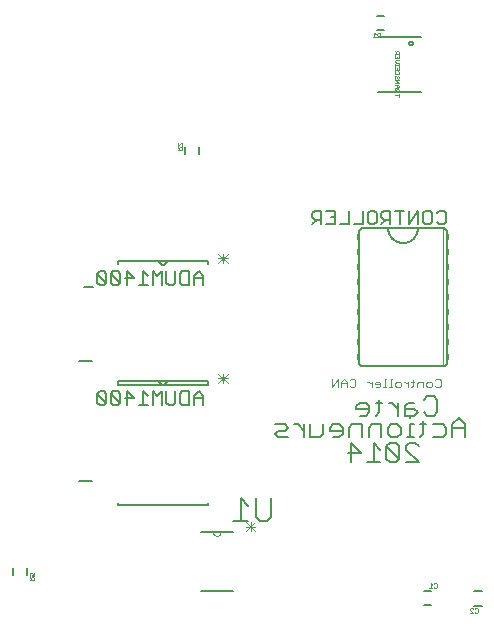
<source format=gbo>
G75*
G70*
%OFA0B0*%
%FSLAX24Y24*%
%IPPOS*%
%LPD*%
%AMOC8*
5,1,8,0,0,1.08239X$1,22.5*
%
%ADD10C,0.0030*%
%ADD11C,0.0060*%
%ADD12C,0.0080*%
%ADD13C,0.0010*%
%ADD14C,0.0020*%
%ADD15C,0.0050*%
%ADD16R,0.0050X0.0200*%
%ADD17C,0.0000*%
D10*
X011996Y009214D02*
X012310Y009528D01*
X012153Y009528D02*
X012153Y009214D01*
X012310Y009214D02*
X011996Y009528D01*
X011996Y009371D02*
X012310Y009371D01*
X015784Y009366D02*
X015784Y009076D01*
X015977Y009366D01*
X015977Y009076D01*
X016079Y009076D02*
X016079Y009269D01*
X016175Y009366D01*
X016272Y009269D01*
X016272Y009076D01*
X016373Y009124D02*
X016422Y009076D01*
X016518Y009076D01*
X016567Y009124D01*
X016567Y009318D01*
X016518Y009366D01*
X016422Y009366D01*
X016373Y009318D01*
X016272Y009221D02*
X016079Y009221D01*
X016962Y009269D02*
X017010Y009269D01*
X017107Y009173D01*
X017107Y009269D02*
X017107Y009076D01*
X017208Y009173D02*
X017402Y009173D01*
X017402Y009221D02*
X017353Y009269D01*
X017256Y009269D01*
X017208Y009221D01*
X017208Y009173D01*
X017256Y009076D02*
X017353Y009076D01*
X017402Y009124D01*
X017402Y009221D01*
X017501Y009076D02*
X017598Y009076D01*
X017550Y009076D02*
X017550Y009366D01*
X017598Y009366D01*
X017746Y009366D02*
X017746Y009076D01*
X017794Y009076D02*
X017698Y009076D01*
X017896Y009124D02*
X017896Y009221D01*
X017944Y009269D01*
X018041Y009269D01*
X018089Y009221D01*
X018089Y009124D01*
X018041Y009076D01*
X017944Y009076D01*
X017896Y009124D01*
X017794Y009366D02*
X017746Y009366D01*
X018189Y009269D02*
X018238Y009269D01*
X018335Y009173D01*
X018335Y009269D02*
X018335Y009076D01*
X018434Y009076D02*
X018483Y009124D01*
X018483Y009318D01*
X018531Y009269D02*
X018434Y009269D01*
X018632Y009221D02*
X018632Y009076D01*
X018632Y009221D02*
X018681Y009269D01*
X018826Y009269D01*
X018826Y009076D01*
X018927Y009124D02*
X018927Y009221D01*
X018975Y009269D01*
X019072Y009269D01*
X019120Y009221D01*
X019120Y009124D01*
X019072Y009076D01*
X018975Y009076D01*
X018927Y009124D01*
X019222Y009124D02*
X019270Y009076D01*
X019367Y009076D01*
X019415Y009124D01*
X019415Y009318D01*
X019367Y009366D01*
X019270Y009366D01*
X019222Y009318D01*
X013236Y004590D02*
X012922Y004276D01*
X012922Y004433D02*
X013236Y004433D01*
X013236Y004276D02*
X012922Y004590D01*
X013079Y004590D02*
X013079Y004276D01*
X012310Y013214D02*
X011996Y013528D01*
X011996Y013371D02*
X012310Y013371D01*
X012310Y013528D02*
X011996Y013214D01*
X012153Y013214D02*
X012153Y013528D01*
D11*
X005144Y003054D02*
X005144Y002818D01*
X005616Y002818D02*
X005616Y003054D01*
X008655Y005141D02*
X008655Y005221D01*
X008655Y005141D02*
X011655Y005141D01*
X011655Y005221D01*
X011831Y004243D02*
X011411Y004243D01*
X011831Y004243D02*
X012071Y004243D01*
X012491Y004243D01*
X012491Y002283D02*
X011411Y002283D01*
X007795Y005951D02*
X007355Y005951D01*
X008655Y009141D02*
X008655Y009221D01*
X008655Y009201D02*
X008655Y009281D01*
X010035Y009281D01*
X010275Y009281D01*
X011655Y009281D01*
X011655Y009201D01*
X011655Y009221D02*
X011655Y009141D01*
X008655Y009141D01*
X007795Y009951D02*
X007355Y009951D01*
X010035Y009281D02*
X010037Y009260D01*
X010042Y009240D01*
X010051Y009221D01*
X010063Y009204D01*
X010078Y009189D01*
X010095Y009177D01*
X010114Y009168D01*
X010134Y009163D01*
X010155Y009161D01*
X010176Y009163D01*
X010196Y009168D01*
X010215Y009177D01*
X010232Y009189D01*
X010247Y009204D01*
X010259Y009221D01*
X010268Y009240D01*
X010273Y009260D01*
X010275Y009281D01*
X013890Y007838D02*
X014210Y007838D01*
X014317Y007731D01*
X014210Y007624D01*
X013996Y007624D01*
X013890Y007518D01*
X013996Y007411D01*
X014317Y007411D01*
X014533Y007838D02*
X014640Y007838D01*
X014854Y007624D01*
X014854Y007411D02*
X014854Y007838D01*
X015071Y007838D02*
X015071Y007411D01*
X015392Y007411D01*
X015498Y007518D01*
X015498Y007838D01*
X015716Y007731D02*
X015716Y007624D01*
X016143Y007624D01*
X016143Y007518D02*
X016143Y007731D01*
X016036Y007838D01*
X015823Y007838D01*
X015716Y007731D01*
X015823Y007411D02*
X016036Y007411D01*
X016143Y007518D01*
X016360Y007411D02*
X016360Y007731D01*
X016467Y007838D01*
X016787Y007838D01*
X016787Y007411D01*
X017005Y007411D02*
X017005Y007731D01*
X017112Y007838D01*
X017432Y007838D01*
X017432Y007411D01*
X017649Y007518D02*
X017649Y007731D01*
X017756Y007838D01*
X017970Y007838D01*
X018077Y007731D01*
X018077Y007518D01*
X017970Y007411D01*
X017756Y007411D01*
X017649Y007518D01*
X017710Y007211D02*
X017603Y007105D01*
X018030Y006678D01*
X017924Y006571D01*
X017710Y006571D01*
X017603Y006678D01*
X017603Y007105D01*
X017710Y007211D02*
X017924Y007211D01*
X018030Y007105D01*
X018030Y006678D01*
X018248Y006571D02*
X018675Y006571D01*
X018248Y006998D01*
X018248Y007105D01*
X018355Y007211D01*
X018568Y007211D01*
X018675Y007105D01*
X018722Y007411D02*
X018829Y007518D01*
X018829Y007945D01*
X018936Y007838D02*
X018722Y007838D01*
X018506Y007838D02*
X018399Y007838D01*
X018399Y007411D01*
X018293Y007411D02*
X018506Y007411D01*
X019153Y007411D02*
X019474Y007411D01*
X019580Y007518D01*
X019580Y007731D01*
X019474Y007838D01*
X019153Y007838D01*
X019178Y008131D02*
X018965Y008131D01*
X018858Y008238D01*
X018640Y008238D02*
X018534Y008131D01*
X018213Y008131D01*
X018213Y008451D01*
X018320Y008558D01*
X018534Y008558D01*
X018534Y008344D02*
X018213Y008344D01*
X017996Y008344D02*
X017782Y008558D01*
X017676Y008558D01*
X017459Y008558D02*
X017245Y008558D01*
X017352Y008665D02*
X017352Y008238D01*
X017245Y008131D01*
X017029Y008238D02*
X017029Y008451D01*
X016922Y008558D01*
X016709Y008558D01*
X016602Y008451D01*
X016602Y008344D01*
X017029Y008344D01*
X017029Y008238D02*
X016922Y008131D01*
X016709Y008131D01*
X016421Y007211D02*
X016741Y006891D01*
X016314Y006891D01*
X016421Y006571D02*
X016421Y007211D01*
X016959Y006571D02*
X017386Y006571D01*
X017172Y006571D02*
X017172Y007211D01*
X017386Y006998D01*
X017996Y008131D02*
X017996Y008558D01*
X018399Y008158D02*
X018399Y008051D01*
X018640Y008238D02*
X018534Y008344D01*
X018858Y008665D02*
X018965Y008771D01*
X019178Y008771D01*
X019285Y008665D01*
X019285Y008238D01*
X019178Y008131D01*
X019798Y007838D02*
X019798Y007411D01*
X020225Y007411D02*
X020225Y007838D01*
X020011Y008051D01*
X019798Y007838D01*
X019798Y007731D02*
X020225Y007731D01*
X019475Y009786D02*
X016835Y009786D01*
X016812Y009788D01*
X016789Y009793D01*
X016767Y009802D01*
X016747Y009815D01*
X016729Y009830D01*
X016714Y009848D01*
X016701Y009868D01*
X016692Y009890D01*
X016687Y009913D01*
X016685Y009936D01*
X016685Y014236D01*
X016687Y014259D01*
X016692Y014282D01*
X016701Y014304D01*
X016714Y014324D01*
X016729Y014342D01*
X016747Y014357D01*
X016767Y014370D01*
X016789Y014379D01*
X016812Y014384D01*
X016835Y014386D01*
X019475Y014386D01*
X019498Y014384D01*
X019521Y014379D01*
X019543Y014370D01*
X019563Y014357D01*
X019581Y014342D01*
X019596Y014324D01*
X019609Y014304D01*
X019618Y014282D01*
X019623Y014259D01*
X019625Y014236D01*
X019625Y009936D01*
X019623Y009913D01*
X019618Y009890D01*
X019609Y009868D01*
X019596Y009848D01*
X019581Y009830D01*
X019563Y009815D01*
X019543Y009802D01*
X019521Y009793D01*
X019498Y009788D01*
X019475Y009786D01*
X018655Y014386D02*
X018653Y014342D01*
X018647Y014299D01*
X018638Y014257D01*
X018625Y014215D01*
X018608Y014175D01*
X018588Y014136D01*
X018565Y014099D01*
X018538Y014065D01*
X018509Y014032D01*
X018476Y014003D01*
X018442Y013976D01*
X018405Y013953D01*
X018366Y013933D01*
X018326Y013916D01*
X018284Y013903D01*
X018242Y013894D01*
X018199Y013888D01*
X018155Y013886D01*
X018111Y013888D01*
X018068Y013894D01*
X018026Y013903D01*
X017984Y013916D01*
X017944Y013933D01*
X017905Y013953D01*
X017868Y013976D01*
X017834Y014003D01*
X017801Y014032D01*
X017772Y014065D01*
X017745Y014099D01*
X017722Y014136D01*
X017702Y014175D01*
X017685Y014215D01*
X017672Y014257D01*
X017663Y014299D01*
X017657Y014342D01*
X017655Y014386D01*
X017320Y018906D02*
X018740Y018906D01*
X018740Y020766D02*
X017320Y020766D01*
X017291Y020981D02*
X017527Y020981D01*
X017527Y021453D02*
X017291Y021453D01*
X011366Y017079D02*
X011366Y016843D01*
X010894Y016843D02*
X010894Y017079D01*
X010275Y013281D02*
X010035Y013281D01*
X008655Y013281D01*
X008655Y013201D01*
X010035Y013281D02*
X010037Y013260D01*
X010042Y013240D01*
X010051Y013221D01*
X010063Y013204D01*
X010078Y013189D01*
X010095Y013177D01*
X010114Y013168D01*
X010134Y013163D01*
X010155Y013161D01*
X010176Y013163D01*
X010196Y013168D01*
X010215Y013177D01*
X010232Y013189D01*
X010247Y013204D01*
X010259Y013221D01*
X010268Y013240D01*
X010273Y013260D01*
X010275Y013281D01*
X011655Y013281D01*
X011655Y013201D01*
X018862Y002297D02*
X019098Y002297D01*
X019098Y001825D02*
X018862Y001825D01*
X020537Y001800D02*
X020773Y001800D01*
X020773Y002272D02*
X020537Y002272D01*
D12*
X013751Y004756D02*
X013628Y004633D01*
X013381Y004633D01*
X013257Y004756D01*
X013257Y005373D01*
X012996Y005127D02*
X012749Y005373D01*
X012749Y004633D01*
X012996Y004633D02*
X012502Y004633D01*
X013751Y004756D02*
X013751Y005373D01*
X018363Y020546D02*
X018365Y020561D01*
X018371Y020574D01*
X018380Y020586D01*
X018391Y020595D01*
X018405Y020601D01*
X018420Y020603D01*
X018435Y020601D01*
X018448Y020595D01*
X018460Y020586D01*
X018469Y020575D01*
X018475Y020561D01*
X018477Y020546D01*
X018475Y020531D01*
X018469Y020518D01*
X018460Y020506D01*
X018449Y020497D01*
X018435Y020491D01*
X018420Y020489D01*
X018405Y020491D01*
X018392Y020497D01*
X018380Y020506D01*
X018371Y020517D01*
X018365Y020531D01*
X018363Y020546D01*
D13*
X018025Y020269D02*
X018000Y020294D01*
X017950Y020294D01*
X017925Y020269D01*
X017925Y020193D01*
X017875Y020193D02*
X018025Y020193D01*
X018025Y020269D01*
X017925Y020244D02*
X017875Y020294D01*
X017875Y020146D02*
X017875Y020046D01*
X018025Y020046D01*
X018025Y020146D01*
X017950Y020096D02*
X017950Y020046D01*
X017925Y019999D02*
X018025Y019999D01*
X017925Y019999D02*
X017875Y019949D01*
X017925Y019899D01*
X018025Y019899D01*
X018025Y019851D02*
X018025Y019801D01*
X018025Y019826D02*
X017875Y019826D01*
X017875Y019801D02*
X017875Y019851D01*
X017875Y019753D02*
X017875Y019653D01*
X018025Y019653D01*
X018025Y019753D01*
X017950Y019703D02*
X017950Y019653D01*
X017900Y019606D02*
X017875Y019581D01*
X017875Y019531D01*
X017900Y019506D01*
X018000Y019506D01*
X018025Y019531D01*
X018025Y019581D01*
X018000Y019606D01*
X018000Y019459D02*
X018025Y019434D01*
X018025Y019384D01*
X018000Y019359D01*
X017975Y019359D01*
X017950Y019384D01*
X017950Y019434D01*
X017925Y019459D01*
X017900Y019459D01*
X017875Y019434D01*
X017875Y019384D01*
X017900Y019359D01*
X017875Y019311D02*
X018025Y019311D01*
X018025Y019211D02*
X017875Y019211D01*
X017875Y019164D02*
X017975Y019164D01*
X018025Y019114D01*
X017975Y019064D01*
X017875Y019064D01*
X017875Y019017D02*
X017925Y018967D01*
X017925Y018992D02*
X017925Y018917D01*
X017875Y018917D02*
X018025Y018917D01*
X018025Y018992D01*
X018000Y019017D01*
X017950Y019017D01*
X017925Y018992D01*
X017950Y019064D02*
X017950Y019164D01*
X018025Y019211D02*
X017875Y019311D01*
X018025Y018869D02*
X018025Y018769D01*
X018025Y018819D02*
X017875Y018819D01*
X017399Y020737D02*
X017399Y020887D01*
X017324Y020887D01*
X017299Y020862D01*
X017299Y020812D01*
X017324Y020787D01*
X017399Y020787D01*
X017349Y020787D02*
X017299Y020737D01*
X017251Y020737D02*
X017151Y020737D01*
X017201Y020737D02*
X017201Y020887D01*
X017251Y020837D01*
X010800Y017194D02*
X010800Y017143D01*
X010775Y017118D01*
X010775Y017071D02*
X010725Y017071D01*
X010700Y017046D01*
X010700Y016971D01*
X010650Y016971D02*
X010800Y016971D01*
X010800Y017046D01*
X010775Y017071D01*
X010700Y017021D02*
X010650Y017071D01*
X010650Y017118D02*
X010750Y017219D01*
X010775Y017219D01*
X010800Y017194D01*
X010650Y017219D02*
X010650Y017118D01*
X005860Y002888D02*
X005860Y002788D01*
X005785Y002788D01*
X005810Y002838D01*
X005810Y002863D01*
X005785Y002888D01*
X005735Y002888D01*
X005710Y002863D01*
X005710Y002813D01*
X005735Y002788D01*
X005710Y002741D02*
X005760Y002691D01*
X005760Y002716D02*
X005760Y002641D01*
X005710Y002641D02*
X005860Y002641D01*
X005860Y002716D01*
X005835Y002741D01*
X005785Y002741D01*
X005760Y002716D01*
X019028Y002391D02*
X019128Y002391D01*
X019078Y002391D02*
X019078Y002541D01*
X019128Y002491D01*
X019175Y002516D02*
X019200Y002541D01*
X019250Y002541D01*
X019275Y002516D01*
X019275Y002416D01*
X019250Y002391D01*
X019200Y002391D01*
X019175Y002416D01*
X020397Y001681D02*
X020422Y001706D01*
X020472Y001706D01*
X020497Y001681D01*
X020545Y001681D02*
X020570Y001706D01*
X020620Y001706D01*
X020645Y001681D01*
X020645Y001581D01*
X020620Y001556D01*
X020570Y001556D01*
X020545Y001581D01*
X020497Y001556D02*
X020397Y001656D01*
X020397Y001681D01*
X020397Y001556D02*
X020497Y001556D01*
D14*
X019485Y009786D02*
X019485Y014386D01*
D15*
X019505Y014511D02*
X019355Y014511D01*
X019280Y014586D01*
X019120Y014586D02*
X019120Y014886D01*
X019045Y014961D01*
X018894Y014961D01*
X018819Y014886D01*
X018819Y014586D01*
X018894Y014511D01*
X019045Y014511D01*
X019120Y014586D01*
X019280Y014886D02*
X019355Y014961D01*
X019505Y014961D01*
X019580Y014886D01*
X019580Y014586D01*
X019505Y014511D01*
X018659Y014511D02*
X018659Y014961D01*
X018359Y014511D01*
X018359Y014961D01*
X018199Y014961D02*
X017899Y014961D01*
X018049Y014961D02*
X018049Y014511D01*
X017738Y014511D02*
X017738Y014961D01*
X017513Y014961D01*
X017438Y014886D01*
X017438Y014736D01*
X017513Y014661D01*
X017738Y014661D01*
X017588Y014661D02*
X017438Y014511D01*
X017278Y014586D02*
X017278Y014886D01*
X017203Y014961D01*
X017053Y014961D01*
X016978Y014886D01*
X016978Y014586D01*
X017053Y014511D01*
X017203Y014511D01*
X017278Y014586D01*
X016818Y014511D02*
X016818Y014961D01*
X016818Y014511D02*
X016517Y014511D01*
X016357Y014511D02*
X016057Y014511D01*
X015897Y014511D02*
X015597Y014511D01*
X015436Y014511D02*
X015436Y014961D01*
X015211Y014961D01*
X015136Y014886D01*
X015136Y014736D01*
X015211Y014661D01*
X015436Y014661D01*
X015286Y014661D02*
X015136Y014511D01*
X015597Y014961D02*
X015897Y014961D01*
X015897Y014511D01*
X015897Y014736D02*
X015747Y014736D01*
X016357Y014961D02*
X016357Y014511D01*
X011490Y012786D02*
X011490Y012486D01*
X011490Y012711D02*
X011190Y012711D01*
X011190Y012786D02*
X011190Y012486D01*
X011030Y012486D02*
X010804Y012486D01*
X010729Y012561D01*
X010729Y012861D01*
X010804Y012936D01*
X011030Y012936D01*
X011030Y012486D01*
X011190Y012786D02*
X011340Y012936D01*
X011490Y012786D01*
X010569Y012936D02*
X010569Y012561D01*
X010494Y012486D01*
X010344Y012486D01*
X010269Y012561D01*
X010269Y012936D01*
X010109Y012936D02*
X009959Y012786D01*
X009809Y012936D01*
X009809Y012486D01*
X009648Y012486D02*
X009348Y012486D01*
X009498Y012486D02*
X009498Y012936D01*
X009648Y012786D01*
X010109Y012936D02*
X010109Y012486D01*
X009188Y012711D02*
X008888Y012711D01*
X008728Y012561D02*
X008728Y012861D01*
X008653Y012936D01*
X008502Y012936D01*
X008427Y012861D01*
X008728Y012561D01*
X008653Y012486D01*
X008502Y012486D01*
X008427Y012561D01*
X008427Y012861D01*
X008267Y012861D02*
X008267Y012561D01*
X007967Y012861D01*
X007967Y012561D01*
X008042Y012486D01*
X008192Y012486D01*
X008267Y012561D01*
X008267Y012861D02*
X008192Y012936D01*
X008042Y012936D01*
X007967Y012861D01*
X007807Y012411D02*
X007507Y012411D01*
X008963Y012486D02*
X008963Y012936D01*
X009188Y012711D01*
X008963Y008936D02*
X009188Y008711D01*
X008888Y008711D01*
X008728Y008561D02*
X008728Y008861D01*
X008653Y008936D01*
X008502Y008936D01*
X008427Y008861D01*
X008728Y008561D01*
X008653Y008486D01*
X008502Y008486D01*
X008427Y008561D01*
X008427Y008861D01*
X008267Y008861D02*
X008192Y008936D01*
X008042Y008936D01*
X007967Y008861D01*
X008267Y008561D01*
X008192Y008486D01*
X008042Y008486D01*
X007967Y008561D01*
X007967Y008861D01*
X008267Y008861D02*
X008267Y008561D01*
X008963Y008486D02*
X008963Y008936D01*
X009498Y008936D02*
X009498Y008486D01*
X009648Y008486D02*
X009348Y008486D01*
X009648Y008786D02*
X009498Y008936D01*
X009809Y008936D02*
X009809Y008486D01*
X010109Y008486D02*
X010109Y008936D01*
X009959Y008786D01*
X009809Y008936D01*
X010269Y008936D02*
X010269Y008561D01*
X010344Y008486D01*
X010494Y008486D01*
X010569Y008561D01*
X010569Y008936D01*
X010729Y008861D02*
X010804Y008936D01*
X011030Y008936D01*
X011030Y008486D01*
X010804Y008486D01*
X010729Y008561D01*
X010729Y008861D01*
X011190Y008786D02*
X011190Y008486D01*
X011190Y008711D02*
X011490Y008711D01*
X011490Y008786D02*
X011340Y008936D01*
X011190Y008786D01*
X011490Y008786D02*
X011490Y008486D01*
D16*
X016660Y010086D03*
X016660Y010586D03*
X016660Y011086D03*
X016660Y011586D03*
X016660Y012086D03*
X016660Y012586D03*
X016660Y013086D03*
X016660Y013586D03*
X016660Y014086D03*
X019650Y014086D03*
X019650Y013586D03*
X019650Y013086D03*
X019650Y012586D03*
X019650Y012086D03*
X019650Y011586D03*
X019650Y011086D03*
X019650Y010586D03*
X019650Y010086D03*
D17*
X012071Y004243D02*
X012069Y004222D01*
X012064Y004202D01*
X012055Y004183D01*
X012043Y004166D01*
X012028Y004151D01*
X012011Y004139D01*
X011992Y004130D01*
X011972Y004125D01*
X011951Y004123D01*
X011930Y004125D01*
X011910Y004130D01*
X011891Y004139D01*
X011874Y004151D01*
X011859Y004166D01*
X011847Y004183D01*
X011838Y004202D01*
X011833Y004222D01*
X011831Y004243D01*
M02*

</source>
